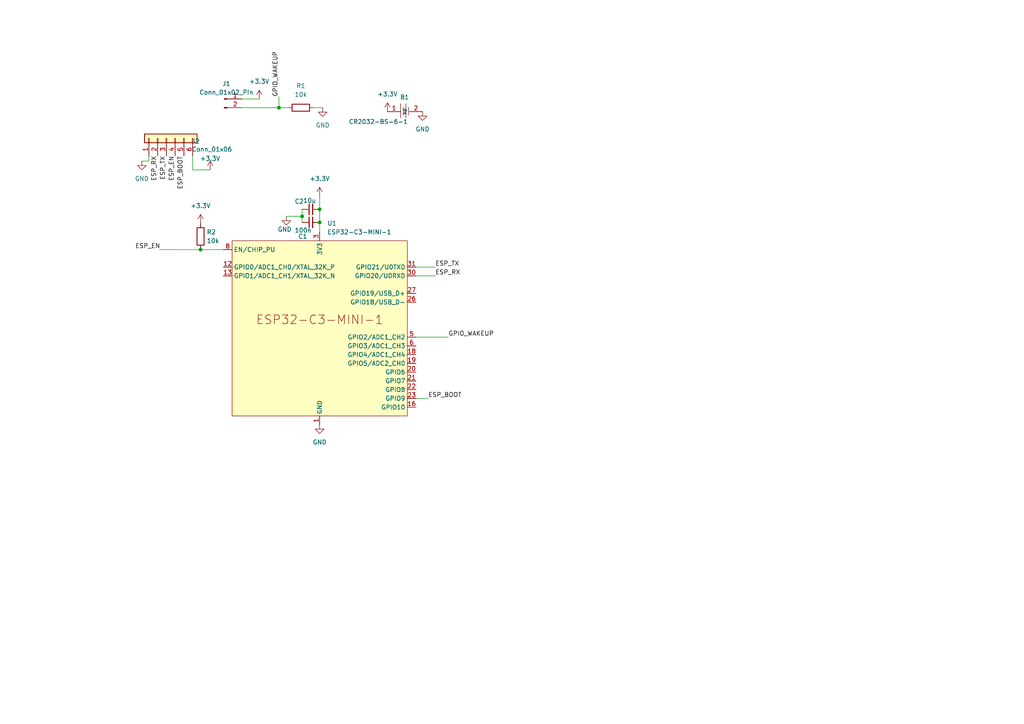
<source format=kicad_sch>
(kicad_sch (version 20230121) (generator eeschema)
  (paper "A4")
  (lib_symbols
    (symbol "Connector:Conn_01x02_Pin" (pin_names (offset 1.016) hide)
      (property "Reference" "J" (at 0 2.54 0))
      (property "Value" "Conn_01x02_Pin" (at 0 -5.08 0))
      (symbol "Conn_01x02_Pin_1_1"
        (polyline (pts (xy 1.27 -2.54) (xy 0.8636 -2.54)) (stroke (width 0.1524)))
        (polyline (pts (xy 1.27 0) (xy 0.8636 0)) (stroke (width 0.1524)))
        (rectangle (start 0.8636 -2.413) (end 0 -2.667) (stroke (width 0.1524)) (fill (type outline)))
        (rectangle (start 0.8636 0.127) (end 0 -0.127) (stroke (width 0.1524)) (fill (type outline)))
        (pin passive line (at 5.08 0 180) (length 3.81) (name "Pin_1") (number "1"))
        (pin passive line (at 5.08 -2.54 180) (length 3.81) (name "Pin_2") (number "2"))
      )
    )
    (symbol "Connector_Generic:Conn_01x06" (pin_names (offset 1.016) hide)
      (property "Reference" "J" (at 0 7.62 0))
      (property "Value" "Conn_01x06" (at 0 -10.16 0))
      (symbol "Conn_01x06_1_1"
        (rectangle (start -1.27 -7.493) (end 0 -7.747) (stroke (width 0.1524)))
        (rectangle (start -1.27 -4.953) (end 0 -5.207) (stroke (width 0.1524)))
        (rectangle (start -1.27 -2.413) (end 0 -2.667) (stroke (width 0.1524)))
        (rectangle (start -1.27 0.127) (end 0 -0.127) (stroke (width 0.1524)))
        (rectangle (start -1.27 2.667) (end 0 2.413) (stroke (width 0.1524)))
        (rectangle (start -1.27 5.207) (end 0 4.953) (stroke (width 0.1524)))
        (rectangle (start -1.27 6.35) (end 1.27 -8.89) (stroke (width 0.254)) (fill (type background)))
        (pin passive line (at -5.08 5.08 0) (length 3.81) (name "Pin_1") (number "1"))
        (pin passive line (at -5.08 2.54 0) (length 3.81) (name "Pin_2") (number "2"))
        (pin passive line (at -5.08 0 0) (length 3.81) (name "Pin_3") (number "3"))
        (pin passive line (at -5.08 -2.54 0) (length 3.81) (name "Pin_4") (number "4"))
        (pin passive line (at -5.08 -5.08 0) (length 3.81) (name "Pin_5") (number "5"))
        (pin passive line (at -5.08 -7.62 0) (length 3.81) (name "Pin_6") (number "6"))
      )
    )
    (symbol "Device:C_Small" (pin_numbers hide) (pin_names (offset 0.254) hide)
      (property "Reference" "C" (at 0.254 1.778 0))
      (property "Value" "C_Small" (at 0.254 -2.032 0))
      (symbol "C_Small_0_1"
        (polyline (pts (xy -1.524 -0.508) (xy 1.524 -0.508)) (stroke (width 0.3302)))
        (polyline (pts (xy -1.524 0.508) (xy 1.524 0.508)) (stroke (width 0.3048)))
      )
      (symbol "C_Small_1_1"
        (pin passive line (at 0 2.54 270) (length 2.032) (name "~") (number "1"))
        (pin passive line (at 0 -2.54 90) (length 2.032) (name "~") (number "2"))
      )
    )
    (symbol "Device:R" (pin_numbers hide) (pin_names (offset 0))
      (property "Reference" "R" (at 2.032 0 90))
      (property "Value" "R" (at 0 0 90))
      (symbol "R_0_1"
        (rectangle (start -1.016 -2.54) (end 1.016 2.54) (stroke (width 0.254)))
      )
      (symbol "R_1_1"
        (pin passive line (at 0 3.81 270) (length 1.27) (name "~") (number "1"))
        (pin passive line (at 0 -3.81 90) (length 1.27) (name "~") (number "2"))
      )
    )
    (symbol "PCM_Espressif:ESP32-C3-MINI-1"
      (property "Reference" "U" (at -25.4 30.48 0))
      (property "Value" "ESP32-C3-MINI-1" (at -25.4 27.94 0))
      (symbol "ESP32-C3-MINI-1_0_0"
        (text "ESP32-C3-MINI-1" (at 0 2.54 0) (effects (font (size 2.54 2.54))))
      )
      (symbol "ESP32-C3-MINI-1_0_1"
        (rectangle (start -25.4 25.4) (end 25.4 -25.4) (fill (type background)))
      )
      (symbol "ESP32-C3-MINI-1_1_1"
        (pin power_in line (at 0 -27.94 90) (length 2.54) (name "GND") (number "1"))
        (pin no_connect line (at -25.4 2.54 0) (length 2.54) hide (name "NC") (number "10"))
        (pin passive line (at 0 -27.94 90) (length 2.54) hide (name "GND") (number "11"))
        (pin bidirectional line (at -27.94 17.78 0) (length 2.54) (name "GPIO0/ADC1_CH0/XTAL_32K_P") (number "12"))
        (pin bidirectional line (at -27.94 15.24 0) (length 2.54) (name "GPIO1/ADC1_CH1/XTAL_32K_N") (number "13"))
        (pin passive line (at 0 -27.94 90) (length 2.54) hide (name "GND") (number "14"))
        (pin no_connect line (at -25.4 0 0) (length 2.54) hide (name "NC") (number "15"))
        (pin bidirectional line (at 27.94 -22.86 180) (length 2.54) (name "GPIO10") (number "16"))
        (pin no_connect line (at -25.4 -2.54 0) (length 2.54) hide (name "NC") (number "17"))
        (pin bidirectional line (at 27.94 -7.62 180) (length 2.54) (name "GPIO4/ADC1_CH4") (number "18"))
        (pin bidirectional line (at 27.94 -10.16 180) (length 2.54) (name "GPIO5/ADC2_CH0") (number "19"))
        (pin passive line (at 0 -27.94 90) (length 2.54) hide (name "GND") (number "2"))
        (pin bidirectional line (at 27.94 -12.7 180) (length 2.54) (name "GPIO6") (number "20"))
        (pin bidirectional line (at 27.94 -15.24 180) (length 2.54) (name "GPIO7") (number "21"))
        (pin bidirectional line (at 27.94 -17.78 180) (length 2.54) (name "GPIO8") (number "22"))
        (pin bidirectional line (at 27.94 -20.32 180) (length 2.54) (name "GPIO9") (number "23"))
        (pin no_connect line (at -25.4 -5.08 0) (length 2.54) hide (name "NC") (number "24"))
        (pin no_connect line (at -25.4 -7.62 0) (length 2.54) hide (name "NC") (number "25"))
        (pin bidirectional line (at 27.94 7.62 180) (length 2.54) (name "GPIO18/USB_D-") (number "26"))
        (pin bidirectional line (at 27.94 10.16 180) (length 2.54) (name "GPIO19/USB_D+") (number "27"))
        (pin no_connect line (at -25.4 -10.16 0) (length 2.54) hide (name "NC") (number "28"))
        (pin no_connect line (at -25.4 -12.7 0) (length 2.54) hide (name "NC") (number "29"))
        (pin power_in line (at 0 27.94 270) (length 2.54) (name "3V3") (number "3"))
        (pin bidirectional line (at 27.94 15.24 180) (length 2.54) (name "GPIO20/U0RXD") (number "30"))
        (pin bidirectional line (at 27.94 17.78 180) (length 2.54) (name "GPIO21/U0TXD") (number "31"))
        (pin no_connect line (at -25.4 -15.24 0) (length 2.54) hide (name "NC") (number "32"))
        (pin no_connect line (at -25.4 -17.78 0) (length 2.54) hide (name "NC") (number "33"))
        (pin no_connect line (at -25.4 -20.32 0) (length 2.54) hide (name "NC") (number "34"))
        (pin no_connect line (at -25.4 -22.86 0) (length 2.54) hide (name "NC") (number "35"))
        (pin passive line (at 0 -27.94 90) (length 2.54) hide (name "GND") (number "36"))
        (pin passive line (at 0 -27.94 90) (length 2.54) hide (name "GND") (number "37"))
        (pin passive line (at 0 -27.94 90) (length 2.54) hide (name "GND") (number "38"))
        (pin passive line (at 0 -27.94 90) (length 2.54) hide (name "GND") (number "39"))
        (pin no_connect line (at -25.4 10.16 0) (length 2.54) hide (name "NC") (number "4"))
        (pin passive line (at 0 -27.94 90) (length 2.54) hide (name "GND") (number "40"))
        (pin passive line (at 0 -27.94 90) (length 2.54) hide (name "GND") (number "41"))
        (pin passive line (at 0 -27.94 90) (length 2.54) hide (name "GND") (number "42"))
        (pin passive line (at 0 -27.94 90) (length 2.54) hide (name "GND") (number "43"))
        (pin passive line (at 0 -27.94 90) (length 2.54) hide (name "GND") (number "44"))
        (pin passive line (at 0 -27.94 90) (length 2.54) hide (name "GND") (number "45"))
        (pin passive line (at 0 -27.94 90) (length 2.54) hide (name "GND") (number "46"))
        (pin passive line (at 0 -27.94 90) (length 2.54) hide (name "GND") (number "47"))
        (pin passive line (at 0 -27.94 90) (length 2.54) hide (name "GND") (number "48"))
        (pin passive line (at 0 -27.94 90) (length 2.54) hide (name "GND") (number "49"))
        (pin bidirectional line (at 27.94 -2.54 180) (length 2.54) (name "GPIO2/ADC1_CH2") (number "5"))
        (pin passive line (at 0 -27.94 90) (length 2.54) hide (name "GND") (number "50"))
        (pin passive line (at 0 -27.94 90) (length 2.54) hide (name "GND") (number "51"))
        (pin passive line (at 0 -27.94 90) (length 2.54) hide (name "GND") (number "52"))
        (pin passive line (at 0 -27.94 90) (length 2.54) hide (name "GND") (number "53"))
        (pin bidirectional line (at 27.94 -5.08 180) (length 2.54) (name "GPIO3/ADC1_CH3") (number "6"))
        (pin no_connect line (at -25.4 7.62 0) (length 2.54) hide (name "NC") (number "7"))
        (pin input line (at -27.94 22.86 0) (length 2.54) (name "EN/CHIP_PU") (number "8"))
        (pin no_connect line (at -25.4 5.08 0) (length 2.54) hide (name "NC") (number "9"))
      )
    )
    (symbol "battery-holder:CR2032-BS-6-1"
      (property "Reference" "B" (at 0 5.08 0))
      (property "Value" "CR2032-BS-6-1" (at 0 -5.08 0))
      (symbol "CR2032-BS-6-1_0_1"
        (polyline (pts (xy -1.27 2.29) (xy -1.27 -1.78)))
        (polyline (pts (xy -0.51 1.27) (xy -0.51 -1.02)))
        (polyline (pts (xy 0.25 2.29) (xy 0.25 -1.78)))
        (polyline (pts (xy 1.02 1.27) (xy 1.02 -1.02)))
        (pin input line (at -5.08 0 0) (length 3.81) (name "1") (number "1"))
        (pin input line (at 5.08 0 180) (length 3.81) (name "2") (number "2"))
      )
    )
    (symbol "power:+3.3V" (power) (pin_names (offset 0))
      (property "Value" "+3.3V" (at 0 3.556 0))
      (symbol "+3.3V_0_1"
        (polyline (pts (xy -0.762 1.27) (xy 0 2.54)))
        (polyline (pts (xy 0 0) (xy 0 2.54)))
        (polyline (pts (xy 0 2.54) (xy 0.762 1.27)))
      )
      (symbol "+3.3V_1_1"
        (pin power_in line (at 0 0 90) (length 0) hide (name "+3.3V") (number "1"))
      )
    )
    (symbol "power:GND" (power) (pin_names (offset 0))
      (property "Value" "GND" (at 0 -3.81 0))
      (symbol "GND_0_1"
        (polyline (pts (xy 0 0) (xy 0 -1.27) (xy 1.27 -1.27) (xy 0 -2.54) (xy -1.27 -1.27) (xy 0 -1.27)))
      )
      (symbol "GND_1_1"
        (pin power_in line (at 0 0 270) (length 0) hide (name "GND") (number "1"))
      )
    )
  )
  (junction (at 92.71 64.516))
  (junction (at 58.166 72.39))
  (junction (at 80.899 31.242))
  (junction (at 92.71 60.706))
  (junction (at 87.63 62.738))
  (wire (pts (xy 92.71 60.706) (xy 92.71 64.516)))
  (wire (pts (xy 126.238 77.47) (xy 120.65 77.47)))
  (wire (pts (xy 87.63 60.706) (xy 87.63 62.738)))
  (wire (pts (xy 87.63 62.738) (xy 87.63 64.516)))
  (wire (pts (xy 70.104 28.702) (xy 75.184 28.702)))
  (wire (pts (xy 41.148 46.736) (xy 43.18 46.736)))
  (wire (pts (xy 60.96 49.276) (xy 55.88 49.276)))
  (wire (pts (xy 43.18 46.736) (xy 43.18 45.212)))
  (wire (pts (xy 58.166 72.39) (xy 64.77 72.39)))
  (wire (pts (xy 83.058 62.738) (xy 87.63 62.738)))
  (wire (pts (xy 126.238 80.01) (xy 120.65 80.01)))
  (wire (pts (xy 91.059 31.242) (xy 93.599 31.242)))
  (wire (pts (xy 55.88 49.276) (xy 55.88 45.212)))
  (wire (pts (xy 92.71 56.896) (xy 92.71 60.706)))
  (wire (pts (xy 80.899 31.242) (xy 83.439 31.242)))
  (wire (pts (xy 70.104 31.242) (xy 80.899 31.242)))
  (wire (pts (xy 130.048 97.79) (xy 120.65 97.79)))
  (wire (pts (xy 46.228 72.39) (xy 58.166 72.39)))
  (wire (pts (xy 120.65 115.57) (xy 124.206 115.57)))
  (wire (pts (xy 92.71 64.516) (xy 92.71 67.31)))
  (wire (pts (xy 80.899 28.067) (xy 80.899 31.242)))
  (label "GPIO_WAKEUP" (at 130.048 97.79 0))
  (label "ESP_BOOT" (at 53.34 45.212 270))
  (label "ESP_EN" (at 46.482 72.39 180))
  (label "ESP_BOOT" (at 124.206 115.57 0))
  (label "ESP_EN" (at 50.8 45.212 270))
  (label "ESP_RX" (at 126.238 80.01 0))
  (label "GPIO_WAKEUP" (at 80.899 28.067 90))
  (label "ESP_TX" (at 48.26 45.212 270))
  (label "ESP_RX" (at 45.72 45.212 270))
  (label "ESP_TX" (at 126.238 77.47 0))
  (symbol (lib_id "power:+3.3V") (at 60.96 49.276 0) (unit 1)
    (property "Reference" "#PWR09" (effects hide))
    (property "Value" "+3.3V" (at 60.96 45.974 0))
  )
  (symbol (lib_id "battery-holder:CR2032-BS-6-1") (at 117.475 32.385 0) (unit 1)
    (property "Reference" "B1" (at 117.348 28.194 0))
    (property "Value" "CR2032-BS-6-1" (at 109.728 35.306 0))
    (property "Footprint" "battery-holder:BAT-TH_CR2032-BS-6-1" (effects hide))
    (property "Datasheet" "https://lcsc.com/product-detail/Battery-Holders-Clips-Contacts_Button-battery-holder-CR2032_C70377.html" (effects hide))
    (property "LCSC Part" "C70377" (effects hide))
  )
  (symbol (lib_id "power:+3.3V") (at 58.166 64.77 0) (unit 1)
    (property "Reference" "#PWR07" (effects hide))
    (property "Value" "+3.3V" (at 58.166 59.69 0))
  )
  (symbol (lib_id "PCM_Espressif:ESP32-C3-MINI-1") (at 92.71 95.25 0) (unit 1)
    (property "Reference" "U1" (at 94.9041 64.77 0) (effects (justify left)))
    (property "Value" "ESP32-C3-MINI-1" (at 94.9041 67.31 0) (effects (justify left)))
    (property "Footprint" "PCM_Espressif:ESP32-C3-MINI-1" (effects hide))
    (property "Datasheet" "https://www.espressif.com/sites/default/files/documentation/esp32-c3-mini-1_datasheet_en.pdf" (effects hide))
    (property "LCSC Part" "C2838502" (effects hide))
  )
  (symbol (lib_id "power:GND") (at 83.058 62.738 0) (unit 1)
    (property "Reference" "#PWR010" (effects hide))
    (property "Value" "GND" (at 82.55 66.548 0))
  )
  (symbol (lib_id "power:GND") (at 122.555 32.385 0) (unit 1)
    (property "Reference" "#PWR06" (effects hide))
    (property "Value" "GND" (at 122.555 37.465 0))
  )
  (symbol (lib_id "power:GND") (at 41.148 46.736 0) (unit 1)
    (property "Reference" "#PWR08" (effects hide))
    (property "Value" "GND" (at 41.148 51.816 0))
  )
  (symbol (lib_id "Device:C_Small") (at 90.17 60.706 90) (unit 1)
    (property "Reference" "C2" (at 88.138 58.42 90) (effects (justify left)))
    (property "Value" "10u" (at 91.694 58.166 90) (effects (justify left)))
    (property "Footprint" "Capacitor_SMD:C_0603_1608Metric" (effects hide))
    (property "LCSC Part" "C19702" (effects hide))
  )
  (symbol (lib_id "Connector:Conn_01x02_Pin") (at 65.024 28.702 0) (unit 1)
    (property "Reference" "J1" (at 65.659 24.257 0))
    (property "Value" "Conn_01x02_Pin" (at 65.659 26.797 0))
    (property "Footprint" "Connector_PinHeader_2.54mm:PinHeader_1x02_P2.54mm_Vertical" (effects hide))
    (property "LCSC Part" "DNP" (effects hide))
  )
  (symbol (lib_id "power:GND") (at 93.599 31.242 0) (unit 1)
    (property "Reference" "#PWR02" (effects hide))
    (property "Value" "GND" (at 93.599 36.322 0))
  )
  (symbol (lib_id "Device:R") (at 58.166 68.58 180) (unit 1)
    (property "Reference" "R2" (at 59.944 67.31 0) (effects (justify right)))
    (property "Value" "10k" (at 59.944 69.85 0) (effects (justify right)))
    (property "Footprint" "Resistor_SMD:R_0402_1005Metric" (effects hide))
    (property "LCSC Part" "C25744" (effects hide))
  )
  (symbol (lib_id "Connector_Generic:Conn_01x06") (at 48.26 40.132 90) (unit 1)
    (property "Reference" "J2" (at 55.5752 40.9956 90) (effects (justify right)))
    (property "Value" "Conn_01x06" (at 55.5752 43.307 90) (effects (justify right)))
    (property "Footprint" "Connector_PinHeader_2.54mm:PinHeader_1x06_P2.54mm_Vertical" (effects hide))
    (property "LCSC Part" "DNP" (effects hide))
  )
  (symbol (lib_id "Device:R") (at 87.249 31.242 270) (unit 1)
    (property "Reference" "R1" (at 87.249 24.892 90))
    (property "Value" "10k" (at 87.249 27.432 90))
    (property "Footprint" "Resistor_SMD:R_0402_1005Metric" (effects hide))
    (property "LCSC Part" "C25744" (effects hide))
  )
  (symbol (lib_id "power:+3.3V") (at 112.395 32.385 0) (unit 1)
    (property "Reference" "#PWR05" (effects hide))
    (property "Value" "+3.3V" (at 112.395 27.305 0))
  )
  (symbol (lib_id "power:GND") (at 92.71 123.19 0) (unit 1)
    (property "Reference" "#PWR03" (effects hide))
    (property "Value" "GND" (at 92.71 128.27 0))
  )
  (symbol (lib_id "power:+3.3V") (at 75.184 28.702 0) (unit 1)
    (property "Reference" "#PWR01" (effects hide))
    (property "Value" "+3.3V" (at 75.184 23.622 0))
  )
  (symbol (lib_id "Device:C_Small") (at 90.17 64.516 90) (unit 1)
    (property "Reference" "C1" (at 89.154 68.58 90) (effects (justify left)))
    (property "Value" "100n" (at 90.424 66.802 90) (effects (justify left)))
    (property "Footprint" "Capacitor_SMD:C_0402_1005Metric" (effects hide))
    (property "LCSC Part" "C1525" (effects hide))
  )
  (symbol (lib_id "power:+3.3V") (at 92.71 56.896 0) (unit 1)
    (property "Reference" "#PWR04" (effects hide))
    (property "Value" "+3.3V" (at 92.71 51.816 0))
  )
)
</source>
